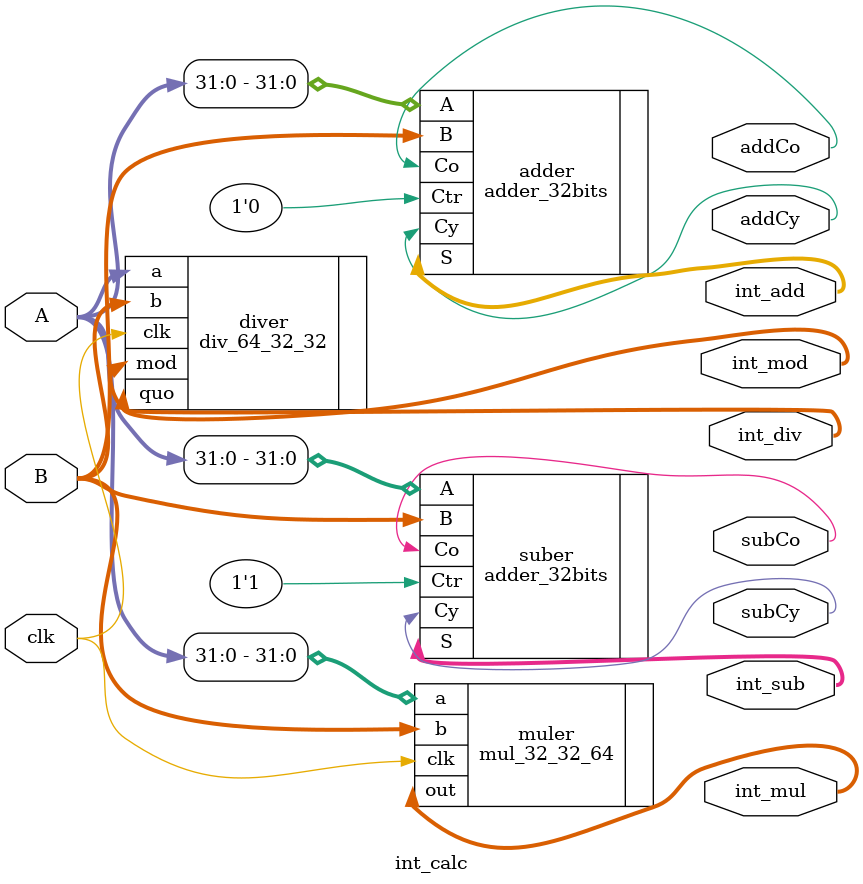
<source format=v>
module int_calc(clk, A, B, int_add, int_sub, int_mul, int_div, int_mod, addCo, addCy, subCo, subCy);
   input clk;
   input [63:0] A;
   input [31:0] B;
   output [31:0] int_add;
   output [31:0] int_sub;
   output [63:0] int_mul;
   output [31:0] int_div;
   output [31:0] int_mod;
	output addCo;
	output addCy;
	output subCo;
	output subCy;

   adder_32bits adder(.A(A[31:0]),
                      .B(B[31:0]),
                      .Ctr(1'b0),
                      .S(int_add),
                      .Co(addCo),
                      .Cy(addCy));

   adder_32bits suber(.A(A[31:0]),
                      .B(B[31:0]),
                      .Ctr(1'b1),
                      .S(int_sub),
                      .Co(subCo),
                      .Cy(subCy));

   mul_32_32_64 muler(.clk(clk),
                      .a(A[31:0]),
                      .b(B[31:0]),
                      .out(int_mul));

   div_64_32_32 diver(.clk(clk),
                      .a(A[63:0]),
                      .b(B[31:0]),
                      .quo(int_div),
                      .mod(int_mod));

endmodule // int_calc

</source>
